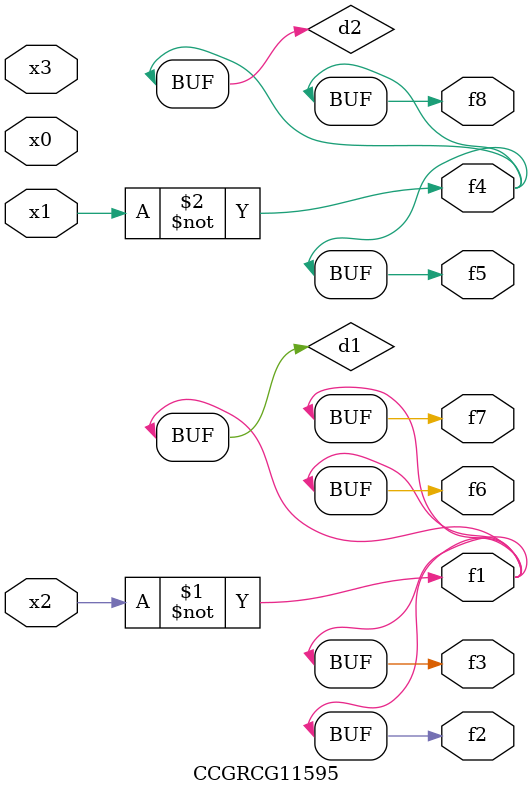
<source format=v>
module CCGRCG11595(
	input x0, x1, x2, x3,
	output f1, f2, f3, f4, f5, f6, f7, f8
);

	wire d1, d2;

	xnor (d1, x2);
	not (d2, x1);
	assign f1 = d1;
	assign f2 = d1;
	assign f3 = d1;
	assign f4 = d2;
	assign f5 = d2;
	assign f6 = d1;
	assign f7 = d1;
	assign f8 = d2;
endmodule

</source>
